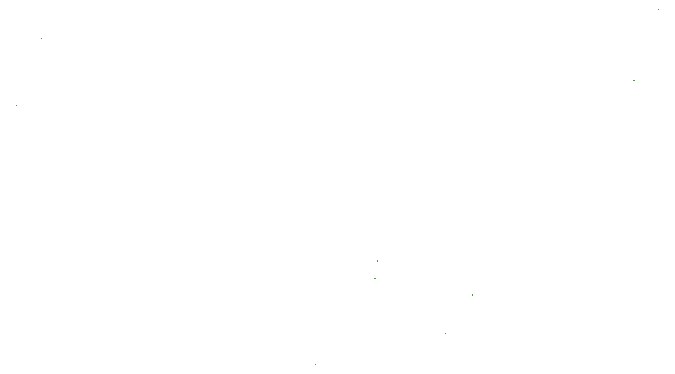
<source format=gbr>
G04 #@! TF.GenerationSoftware,KiCad,Pcbnew,9.0.3*
G04 #@! TF.CreationDate,2026-01-20T11:30:40+07:00*
G04 #@! TF.ProjectId,Mini_drone_PCB,4d696e69-5f64-4726-9f6e-655f5043422e,rev?*
G04 #@! TF.SameCoordinates,Original*
G04 #@! TF.FileFunction,Other,User*
%FSLAX46Y46*%
G04 Gerber Fmt 4.6, Leading zero omitted, Abs format (unit mm)*
G04 Created by KiCad (PCBNEW 9.0.3) date 2026-01-20 11:30:40*
%MOMM*%
%LPD*%
G01*
G04 APERTURE LIST*
%ADD10C,0.000000*%
G04 APERTURE END LIST*
D10*
G04 #@! TO.C,Q5*
G36*
X112828656Y-103800872D02*
G01*
X112828656Y-103846794D01*
X112796184Y-103879266D01*
X112750262Y-103879266D01*
X112717790Y-103846794D01*
X112717790Y-103800872D01*
X112750262Y-103768400D01*
X112796184Y-103768400D01*
X112828656Y-103800872D01*
G37*
G04 #@! TO.C,Q4*
G36*
X167175103Y-95696099D02*
G01*
X167175103Y-95742021D01*
X167142631Y-95774493D01*
X167096709Y-95774493D01*
X167064237Y-95742021D01*
X167064237Y-95696099D01*
X167096709Y-95663627D01*
X167142631Y-95663627D01*
X167175103Y-95696099D01*
G37*
G04 #@! TO.C,Q3*
G36*
X114929266Y-98153816D02*
G01*
X114929266Y-98199738D01*
X114896794Y-98232210D01*
X114850872Y-98232210D01*
X114818400Y-98199738D01*
X114818400Y-98153816D01*
X114850872Y-98121344D01*
X114896794Y-98121344D01*
X114929266Y-98153816D01*
G37*
G04 #@! TO.C,U1*
G36*
X151395432Y-119867039D02*
G01*
X151395432Y-119912961D01*
X151362960Y-119945433D01*
X151317038Y-119945433D01*
X151284566Y-119912961D01*
X151284566Y-119867039D01*
X151317038Y-119834567D01*
X151362960Y-119834567D01*
X151395432Y-119867039D01*
G37*
G04 #@! TO.C,USB1*
G36*
X149105433Y-123139539D02*
G01*
X149105433Y-123185461D01*
X149072961Y-123217933D01*
X149027039Y-123217933D01*
X148994567Y-123185461D01*
X148994567Y-123139539D01*
X149027039Y-123107067D01*
X149072961Y-123107067D01*
X149105433Y-123139539D01*
G37*
G04 #@! TO.C,U6*
G36*
X143122961Y-118429568D02*
G01*
X143155433Y-118462039D01*
X143155434Y-118507961D01*
X143122961Y-118540433D01*
X143077039Y-118540433D01*
X143044567Y-118507962D01*
X143044567Y-118462039D01*
X143077040Y-118429567D01*
X143122961Y-118429568D01*
G37*
G04 #@! TO.C,U2*
G36*
X143355433Y-116977039D02*
G01*
X143355433Y-117022961D01*
X143322961Y-117055433D01*
X143277039Y-117055433D01*
X143244567Y-117022961D01*
X143244567Y-116977039D01*
X143277039Y-116944567D01*
X143322961Y-116944567D01*
X143355433Y-116977039D01*
G37*
G04 #@! TO.C,Q6*
G36*
X165081417Y-101700446D02*
G01*
X165081417Y-101746368D01*
X165048945Y-101778840D01*
X165003023Y-101778840D01*
X164970551Y-101746368D01*
X164970551Y-101700446D01*
X165003023Y-101667974D01*
X165048945Y-101667974D01*
X165081417Y-101700446D01*
G37*
G04 #@! TO.C,SW2*
G36*
X138103433Y-125739039D02*
G01*
X138103433Y-125784961D01*
X138070961Y-125817433D01*
X138025039Y-125817433D01*
X137992567Y-125784961D01*
X137992567Y-125739039D01*
X138025039Y-125706567D01*
X138070961Y-125706567D01*
X138103433Y-125739039D01*
G37*
G04 #@! TD*
M02*

</source>
